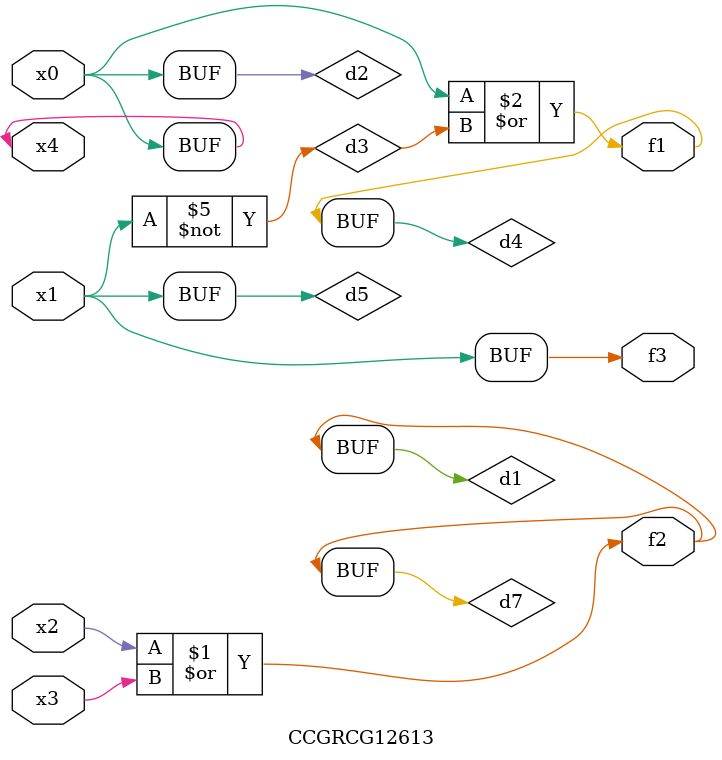
<source format=v>
module CCGRCG12613(
	input x0, x1, x2, x3, x4,
	output f1, f2, f3
);

	wire d1, d2, d3, d4, d5, d6, d7;

	or (d1, x2, x3);
	buf (d2, x0, x4);
	not (d3, x1);
	or (d4, d2, d3);
	not (d5, d3);
	nand (d6, d1, d3);
	or (d7, d1);
	assign f1 = d4;
	assign f2 = d7;
	assign f3 = d5;
endmodule

</source>
